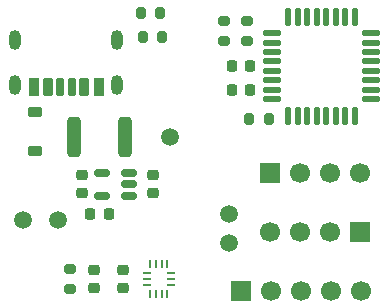
<source format=gbr>
%TF.GenerationSoftware,KiCad,Pcbnew,9.0.7*%
%TF.CreationDate,2026-02-19T23:57:08-05:00*%
%TF.ProjectId,usb_c_sensor_breakout,7573625f-635f-4736-956e-736f725f6272,rev?*%
%TF.SameCoordinates,Original*%
%TF.FileFunction,Soldermask,Top*%
%TF.FilePolarity,Negative*%
%FSLAX46Y46*%
G04 Gerber Fmt 4.6, Leading zero omitted, Abs format (unit mm)*
G04 Created by KiCad (PCBNEW 9.0.7) date 2026-02-19 23:57:08*
%MOMM*%
%LPD*%
G01*
G04 APERTURE LIST*
G04 Aperture macros list*
%AMRoundRect*
0 Rectangle with rounded corners*
0 $1 Rounding radius*
0 $2 $3 $4 $5 $6 $7 $8 $9 X,Y pos of 4 corners*
0 Add a 4 corners polygon primitive as box body*
4,1,4,$2,$3,$4,$5,$6,$7,$8,$9,$2,$3,0*
0 Add four circle primitives for the rounded corners*
1,1,$1+$1,$2,$3*
1,1,$1+$1,$4,$5*
1,1,$1+$1,$6,$7*
1,1,$1+$1,$8,$9*
0 Add four rect primitives between the rounded corners*
20,1,$1+$1,$2,$3,$4,$5,0*
20,1,$1+$1,$4,$5,$6,$7,0*
20,1,$1+$1,$6,$7,$8,$9,0*
20,1,$1+$1,$8,$9,$2,$3,0*%
G04 Aperture macros list end*
%ADD10R,1.700000X1.700000*%
%ADD11C,1.700000*%
%ADD12RoundRect,0.250000X-0.312500X-1.450000X0.312500X-1.450000X0.312500X1.450000X-0.312500X1.450000X0*%
%ADD13RoundRect,0.125000X-0.125000X-0.625000X0.125000X-0.625000X0.125000X0.625000X-0.125000X0.625000X0*%
%ADD14RoundRect,0.125000X-0.625000X-0.125000X0.625000X-0.125000X0.625000X0.125000X-0.625000X0.125000X0*%
%ADD15C,1.500000*%
%ADD16R,0.675000X0.250000*%
%ADD17R,0.250000X0.675000*%
%ADD18RoundRect,0.200000X-0.200000X-0.275000X0.200000X-0.275000X0.200000X0.275000X-0.200000X0.275000X0*%
%ADD19RoundRect,0.200000X-0.275000X0.200000X-0.275000X-0.200000X0.275000X-0.200000X0.275000X0.200000X0*%
%ADD20RoundRect,0.200000X0.275000X-0.200000X0.275000X0.200000X-0.275000X0.200000X-0.275000X-0.200000X0*%
%ADD21RoundRect,0.225000X0.250000X-0.225000X0.250000X0.225000X-0.250000X0.225000X-0.250000X-0.225000X0*%
%ADD22RoundRect,0.225000X0.225000X0.250000X-0.225000X0.250000X-0.225000X-0.250000X0.225000X-0.250000X0*%
%ADD23RoundRect,0.225000X-0.250000X0.225000X-0.250000X-0.225000X0.250000X-0.225000X0.250000X0.225000X0*%
%ADD24RoundRect,0.150000X0.512500X0.150000X-0.512500X0.150000X-0.512500X-0.150000X0.512500X-0.150000X0*%
%ADD25RoundRect,0.225000X0.375000X-0.225000X0.375000X0.225000X-0.375000X0.225000X-0.375000X-0.225000X0*%
%ADD26RoundRect,0.225000X-0.225000X-0.250000X0.225000X-0.250000X0.225000X0.250000X-0.225000X0.250000X0*%
%ADD27RoundRect,0.175000X0.175000X0.625000X-0.175000X0.625000X-0.175000X-0.625000X0.175000X-0.625000X0*%
%ADD28RoundRect,0.200000X0.200000X0.600000X-0.200000X0.600000X-0.200000X-0.600000X0.200000X-0.600000X0*%
%ADD29RoundRect,0.225000X0.225000X0.575000X-0.225000X0.575000X-0.225000X-0.575000X0.225000X-0.575000X0*%
%ADD30O,1.000000X1.700000*%
G04 APERTURE END LIST*
D10*
%TO.C,J4*%
X154080000Y-82000000D03*
D11*
X151540000Y-82000000D03*
X149000000Y-82000000D03*
X146460000Y-82000000D03*
%TD*%
D12*
%TO.C,F1*%
X134137500Y-74000000D03*
X129862500Y-74000000D03*
%TD*%
D13*
%TO.C,U3*%
X148000000Y-63825000D03*
X148800000Y-63825000D03*
X149600000Y-63825000D03*
X150400000Y-63825000D03*
X151200000Y-63825000D03*
X152000000Y-63825000D03*
X152800000Y-63825000D03*
X153600000Y-63825000D03*
D14*
X154975000Y-65200000D03*
X154975000Y-66000000D03*
X154975000Y-66800000D03*
X154975000Y-67600000D03*
X154975000Y-68400000D03*
X154975000Y-69200000D03*
X154975000Y-70000000D03*
X154975000Y-70800000D03*
D13*
X153600000Y-72175000D03*
X152800000Y-72175000D03*
X152000000Y-72175000D03*
X151200000Y-72175000D03*
X150400000Y-72175000D03*
X149600000Y-72175000D03*
X148800000Y-72175000D03*
X148000000Y-72175000D03*
D14*
X146625000Y-70800000D03*
X146625000Y-70000000D03*
X146625000Y-69200000D03*
X146625000Y-68400000D03*
X146625000Y-67600000D03*
X146625000Y-66800000D03*
X146625000Y-66000000D03*
X146625000Y-65200000D03*
%TD*%
D15*
%TO.C,TP1*%
X143000000Y-80500000D03*
%TD*%
%TO.C,TP2*%
X143000000Y-83000000D03*
%TD*%
D16*
%TO.C,U2*%
X138012500Y-85500000D03*
X138012500Y-86000000D03*
X138012500Y-86500000D03*
D17*
X137750000Y-87262500D03*
X137250000Y-87262500D03*
X136750000Y-87262500D03*
X136250000Y-87262500D03*
D16*
X135987500Y-86500000D03*
X135987500Y-86000000D03*
X135987500Y-85500000D03*
D17*
X136250000Y-84737500D03*
X136750000Y-84737500D03*
X137250000Y-84737500D03*
X137750000Y-84737500D03*
%TD*%
D18*
%TO.C,R2*%
X137325000Y-65500000D03*
X135675000Y-65500000D03*
%TD*%
D19*
%TO.C,R3*%
X142500000Y-64175000D03*
X142500000Y-65825000D03*
%TD*%
D20*
%TO.C,R4*%
X144500000Y-65825000D03*
X144500000Y-64175000D03*
%TD*%
D10*
%TO.C,J3*%
X146460000Y-77000000D03*
D11*
X149000000Y-77000000D03*
X151540000Y-77000000D03*
X154080000Y-77000000D03*
%TD*%
D18*
%TO.C,R6*%
X144675000Y-72500000D03*
X146325000Y-72500000D03*
%TD*%
D15*
%TO.C,TP5*%
X125500000Y-81000000D03*
%TD*%
D18*
%TO.C,R1*%
X135500000Y-63500000D03*
X137150000Y-63500000D03*
%TD*%
D21*
%TO.C,C5*%
X131500000Y-86775000D03*
X131500000Y-85225000D03*
%TD*%
D22*
%TO.C,C2*%
X132775000Y-80500000D03*
X131225000Y-80500000D03*
%TD*%
D23*
%TO.C,C4*%
X134000000Y-85225000D03*
X134000000Y-86775000D03*
%TD*%
D24*
%TO.C,U1*%
X134500000Y-78950000D03*
X134500000Y-78000000D03*
X134500000Y-77050000D03*
X132225000Y-77050000D03*
X132225000Y-78950000D03*
%TD*%
D19*
%TO.C,R5*%
X129500000Y-85175000D03*
X129500000Y-86825000D03*
%TD*%
D25*
%TO.C,D1*%
X126500000Y-75150000D03*
X126500000Y-71850000D03*
%TD*%
D21*
%TO.C,C1*%
X136500000Y-78775000D03*
X136500000Y-77225000D03*
%TD*%
D10*
%TO.C,J5*%
X143960000Y-87000000D03*
D11*
X146500000Y-87000000D03*
X149040000Y-87000000D03*
X151580000Y-87000000D03*
X154120000Y-87000000D03*
%TD*%
D26*
%TO.C,C6*%
X143225000Y-70000000D03*
X144775000Y-70000000D03*
%TD*%
D21*
%TO.C,C3*%
X130500000Y-78775000D03*
X130500000Y-77225000D03*
%TD*%
D15*
%TO.C,TP3*%
X138000000Y-74000000D03*
%TD*%
%TO.C,TP4*%
X128500000Y-81000000D03*
%TD*%
D22*
%TO.C,C7*%
X144775000Y-68000000D03*
X143225000Y-68000000D03*
%TD*%
D27*
%TO.C,J1*%
X129680000Y-69730000D03*
D28*
X127660000Y-69730000D03*
D29*
X126430000Y-69730000D03*
D27*
X128680000Y-69730000D03*
D28*
X130700000Y-69730000D03*
D29*
X131930000Y-69730000D03*
D30*
X133500000Y-69550000D03*
X133500000Y-65750000D03*
X124860000Y-69550000D03*
X124860000Y-65750000D03*
%TD*%
M02*

</source>
